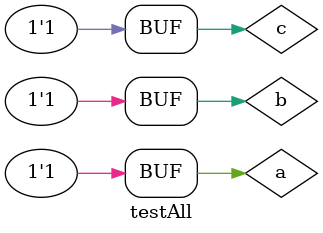
<source format=v>
`timescale 1ns/1ns

module testAll;
    reg a, b, c;
    wire y;

AllModule plat(a, b, c, y);
    initial
        begin
            a = 0;
            b = 0;
            c = 0;
            #5 c = 1;
            #5 b = 1; c = 0;
            #5 c = 1;
            #5 a = 1; b = 0; c = 0;
            #5 c = 1;
            #5 b = 1; c = 0;
            #5 c = 1;
        end

initial
    $monitor("time = %t, a = %b, b = %b, c = %b, y = %b", $time, a, b, c, y);
endmodule
</source>
